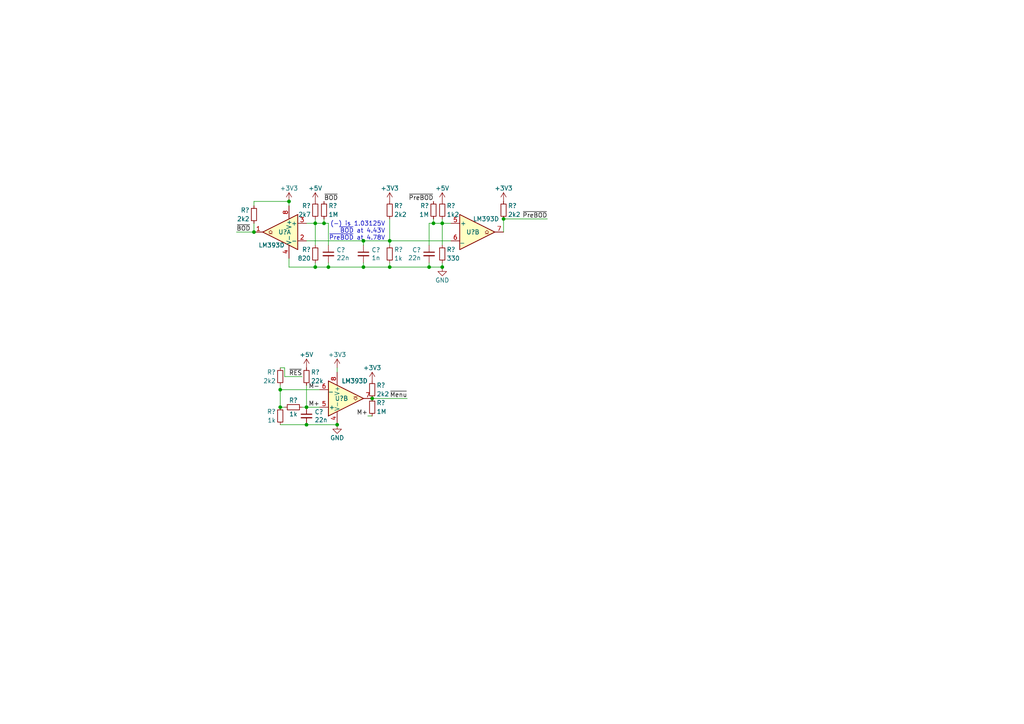
<source format=kicad_sch>
(kicad_sch (version 20211123) (generator eeschema)
  (paper "A4")
  (lib_symbols
    (symbol "Comparator:LM393" (pin_names (offset 0.127))
      (property "Reference" "U" (at 3.81 3.81 0))
      (property "Value" "LM393" (at 6.35 -3.81 0))
      (symbol "LM393_1_1"
        (polyline (pts (xy -5.08 5.08) (xy 5.08 0) (xy -5.08 -5.08) (xy -5.08 5.08)) (stroke (width 0.254)) (fill (type background)))
        (polyline (pts (xy 3.302 -0.508) (xy 2.794 -0.508) (xy 3.302 0) (xy 2.794 0.508) (xy 2.286 0) (xy 2.794 -0.508) (xy 2.286 -0.508)) (stroke (width 0.127)))
        (pin open_collector line (at 7.62 0 180) (length 2.54) (name "~") (number "1"))
        (pin input line (at -7.62 -2.54 0) (length 2.54) (name "-") (number "2"))
        (pin input line (at -7.62 2.54 0) (length 2.54) (name "+") (number "3"))
      )
      (symbol "LM393_2_1"
        (polyline (pts (xy -5.08 5.08) (xy 5.08 0) (xy -5.08 -5.08) (xy -5.08 5.08)) (stroke (width 0.254)) (fill (type background)))
        (polyline (pts (xy 3.302 -0.508) (xy 2.794 -0.508) (xy 3.302 0) (xy 2.794 0.508) (xy 2.286 0) (xy 2.794 -0.508) (xy 2.286 -0.508)) (stroke (width 0.127)))
        (pin input line (at -7.62 2.54 0) (length 2.54) (name "+") (number "5"))
        (pin input line (at -7.62 -2.54 0) (length 2.54) (name "_") (number "6"))
        (pin open_collector line (at 7.62 0 180) (length 2.54) (name "~") (number "7"))
      )
      (symbol "LM393_3_1"
        (pin power_in line (at -2.54 -7.62 90) (length 3.81) (name "V-") (number "4"))
        (pin power_in line (at -2.54 7.62 270) (length 3.81) (name "V+") (number "8"))
      )
    )
    (symbol "Device:C_Small" (pin_numbers hide) (pin_names (offset 0.254) hide)
      (property "Reference" "C" (at 0.254 1.778 0))
      (property "Value" "C_Small" (at 0.254 -2.032 0))
      (symbol "C_Small_0_1"
        (polyline (pts (xy -1.524 -0.508) (xy 1.524 -0.508)) (stroke (width 0.3302)))
        (polyline (pts (xy -1.524 0.508) (xy 1.524 0.508)) (stroke (width 0.3048)))
      )
      (symbol "C_Small_1_1"
        (pin passive line (at 0 2.54 270) (length 2.032) (name "~") (number "1"))
        (pin passive line (at 0 -2.54 90) (length 2.032) (name "~") (number "2"))
      )
    )
    (symbol "Device:R_Small" (pin_numbers hide) (pin_names (offset 0.254) hide)
      (property "Reference" "R" (at 0.762 0.508 0))
      (property "Value" "R_Small" (at 0.762 -1.016 0))
      (symbol "R_Small_0_1"
        (rectangle (start -0.762 1.778) (end 0.762 -1.778) (stroke (width 0.2032)))
      )
      (symbol "R_Small_1_1"
        (pin passive line (at 0 2.54 270) (length 0.762) (name "~") (number "1"))
        (pin passive line (at 0 -2.54 90) (length 0.762) (name "~") (number "2"))
      )
    )
    (symbol "power:+3V3" (power) (pin_names (offset 0))
      (property "Value" "+3V3" (at 0 3.556 0))
      (symbol "+3V3_0_1"
        (polyline (pts (xy -0.762 1.27) (xy 0 2.54)))
        (polyline (pts (xy 0 0) (xy 0 2.54)))
        (polyline (pts (xy 0 2.54) (xy 0.762 1.27)))
      )
      (symbol "+3V3_1_1"
        (pin power_in line (at 0 0 90) (length 0) hide (name "+3V3") (number "1"))
      )
    )
    (symbol "power:+5V" (power) (pin_names (offset 0))
      (property "Value" "+5V" (at 0 3.556 0))
      (symbol "+5V_0_1"
        (polyline (pts (xy -0.762 1.27) (xy 0 2.54)))
        (polyline (pts (xy 0 0) (xy 0 2.54)))
        (polyline (pts (xy 0 2.54) (xy 0.762 1.27)))
      )
      (symbol "+5V_1_1"
        (pin power_in line (at 0 0 90) (length 0) hide (name "+5V") (number "1"))
      )
    )
    (symbol "power:GND" (power) (pin_names (offset 0))
      (property "Value" "GND" (at 0 -3.81 0))
      (symbol "GND_0_1"
        (polyline (pts (xy 0 0) (xy 0 -1.27) (xy 1.27 -1.27) (xy 0 -2.54) (xy -1.27 -1.27) (xy 0 -1.27)))
      )
      (symbol "GND_1_1"
        (pin power_in line (at 0 0 270) (length 0) hide (name "GND") (number "1"))
      )
    )
  )
  (junction (at 128.27 77.47))
  (junction (at 128.27 64.77))
  (junction (at 97.79 123.19))
  (junction (at 88.9 123.19))
  (junction (at 81.28 118.11))
  (junction (at 88.9 118.11))
  (junction (at 146.05 63.5))
  (junction (at 105.41 77.47))
  (junction (at 95.25 77.47))
  (junction (at 93.98 64.77))
  (junction (at 81.28 113.03))
  (junction (at 83.82 58.42))
  (junction (at 113.03 77.47))
  (junction (at 107.95 115.57))
  (junction (at 73.66 67.31))
  (junction (at 105.41 69.85))
  (junction (at 91.44 64.77))
  (junction (at 113.03 69.85))
  (junction (at 124.46 77.47))
  (junction (at 91.44 77.47))
  (junction (at 125.73 64.77))
  (wire (pts (xy 88.9 69.85) (xy 105.41 69.85)))
  (wire (pts (xy 128.27 64.77) (xy 130.81 64.77)))
  (wire (pts (xy 91.44 64.77) (xy 93.98 64.77)))
  (wire (pts (xy 73.66 64.77) (xy 73.66 67.31)))
  (wire (pts (xy 91.44 63.5) (xy 91.44 64.77)))
  (wire (pts (xy 83.82 77.47) (xy 91.44 77.47)))
  (wire (pts (xy 125.73 64.77) (xy 125.73 63.5)))
  (wire (pts (xy 97.79 106.68) (xy 97.79 107.95)))
  (wire (pts (xy 106.68 120.65) (xy 107.95 120.65)))
  (wire (pts (xy 83.82 58.42) (xy 73.66 58.42)))
  (wire (pts (xy 128.27 76.2) (xy 128.27 77.47)))
  (wire (pts (xy 95.25 64.77) (xy 93.98 64.77)))
  (wire (pts (xy 82.55 109.22) (xy 87.63 109.22)))
  (wire (pts (xy 88.9 118.11) (xy 92.71 118.11)))
  (wire (pts (xy 124.46 77.47) (xy 128.27 77.47)))
  (wire (pts (xy 95.25 77.47) (xy 91.44 77.47)))
  (wire (pts (xy 113.03 77.47) (xy 124.46 77.47)))
  (wire (pts (xy 124.46 64.77) (xy 124.46 71.12)))
  (wire (pts (xy 146.05 67.31) (xy 146.05 63.5)))
  (wire (pts (xy 105.41 71.12) (xy 105.41 69.85)))
  (wire (pts (xy 83.82 77.47) (xy 83.82 74.93)))
  (wire (pts (xy 107.95 115.57) (xy 118.11 115.57)))
  (wire (pts (xy 124.46 64.77) (xy 125.73 64.77)))
  (wire (pts (xy 105.41 69.85) (xy 113.03 69.85)))
  (wire (pts (xy 113.03 77.47) (xy 105.41 77.47)))
  (wire (pts (xy 158.75 63.5) (xy 146.05 63.5)))
  (wire (pts (xy 113.03 69.85) (xy 113.03 63.5)))
  (wire (pts (xy 91.44 64.77) (xy 91.44 71.12)))
  (wire (pts (xy 91.44 76.2) (xy 91.44 77.47)))
  (wire (pts (xy 93.98 64.77) (xy 93.98 63.5)))
  (wire (pts (xy 82.55 118.11) (xy 81.28 118.11)))
  (wire (pts (xy 81.28 111.76) (xy 81.28 113.03)))
  (wire (pts (xy 83.82 59.69) (xy 83.82 58.42)))
  (wire (pts (xy 105.41 77.47) (xy 95.25 77.47)))
  (wire (pts (xy 105.41 76.2) (xy 105.41 77.47)))
  (wire (pts (xy 73.66 58.42) (xy 73.66 59.69)))
  (wire (pts (xy 95.25 77.47) (xy 95.25 76.2)))
  (wire (pts (xy 68.58 67.31) (xy 73.66 67.31)))
  (wire (pts (xy 113.03 71.12) (xy 113.03 69.85)))
  (wire (pts (xy 87.63 118.11) (xy 88.9 118.11)))
  (wire (pts (xy 81.28 123.19) (xy 88.9 123.19)))
  (wire (pts (xy 81.28 113.03) (xy 81.28 118.11)))
  (wire (pts (xy 88.9 123.19) (xy 97.79 123.19)))
  (wire (pts (xy 128.27 63.5) (xy 128.27 64.77)))
  (wire (pts (xy 113.03 77.47) (xy 113.03 76.2)))
  (wire (pts (xy 92.71 113.03) (xy 81.28 113.03)))
  (wire (pts (xy 88.9 111.76) (xy 88.9 118.11)))
  (wire (pts (xy 88.9 64.77) (xy 91.44 64.77)))
  (wire (pts (xy 95.25 71.12) (xy 95.25 64.77)))
  (wire (pts (xy 128.27 71.12) (xy 128.27 64.77)))
  (wire (pts (xy 81.28 106.68) (xy 82.55 106.68)))
  (wire (pts (xy 125.73 64.77) (xy 128.27 64.77)))
  (wire (pts (xy 113.03 69.85) (xy 130.81 69.85)))
  (wire (pts (xy 82.55 106.68) (xy 82.55 109.22)))
  (wire (pts (xy 124.46 76.2) (xy 124.46 77.47)))
  (text "(-) is 1.03125V\n~{BOD} at 4.43V\n~{PreBOD} at 4.78V" (at 111.76 69.85 0) (effects (font (size 1.27 1.27)) (justify right bottom)))
  (label "M+" (at 106.68 120.65 180))
  (label "M-" (at 92.71 113.03 180))
  (label "~{BOD}" (at 93.98 58.42 0))
  (label "~{PreBOD}" (at 158.75 63.5 180))
  (label "~{Menu}" (at 118.11 115.57 180))
  (label "~{RES}" (at 87.63 109.22 180))
  (label "M+" (at 92.71 118.11 180))
  (label "~{PreBOD}" (at 125.73 58.42 180))
  (label "~{BOD}" (at 68.58 67.31 0))
  (symbol (lib_id "Device:R_Small") (at 113.03 60.96 0) (unit 1)
    (property "Reference" "R?" (at 114.3 59.69 0) (effects (justify left)))
    (property "Value" "2k2" (at 114.3 62.23 0) (effects (justify left)))
    (property "Footprint" "stdpads:R_0603" (effects hide))
    (property "LCSC Part" "C4190" (effects hide))
  )
  (symbol (lib_id "Device:R_Small") (at 128.27 73.66 0) (mirror y) (unit 1)
    (property "Reference" "R?" (at 129.54 72.39 0) (effects (justify right)))
    (property "Value" "330" (at 129.54 74.93 0) (effects (justify right)))
    (property "Footprint" "stdpads:R_0603" (effects hide))
    (property "LCSC Part" "C23138" (effects hide))
  )
  (symbol (lib_id "Device:R_Small") (at 91.44 73.66 0) (unit 1)
    (property "Reference" "R?" (at 90.17 72.39 0) (effects (justify right)))
    (property "Value" "820" (at 90.17 74.93 0) (effects (justify right)))
    (property "Footprint" "stdpads:R_0603" (effects hide))
    (property "LCSC Part" "C23253" (effects hide))
  )
  (symbol (lib_id "Device:C_Small") (at 88.9 120.65 0) (unit 1)
    (property "Reference" "C?" (at 91.2368 119.4816 0) (effects (justify left)))
    (property "Value" "22n" (at 91.2368 121.793 0) (effects (justify left)))
    (property "Footprint" "stdpads:C_0603" (effects hide))
    (property "LCSC Part" "C21122" (effects hide))
  )
  (symbol (lib_id "Comparator:LM393") (at 100.33 115.57 0) (unit 3)
    (property "Reference" "U?" (effects hide))
    (property "Value" "LM393D" (at 102.87 110.49 0))
    (property "Footprint" "stdpads:SOIC-8_3.9mm" (effects hide))
    (property "Datasheet" "http://www.ti.com/lit/ds/symlink/lm393-n.pdf" (effects hide))
    (property "LCSC Part" "C7955" (effects hide))
  )
  (symbol (lib_id "power:+3V3") (at 83.82 58.42 0) (mirror y) (unit 1)
    (property "Reference" "#PWR?" (effects hide))
    (property "Value" "+3V3" (at 83.82 54.61 0))
  )
  (symbol (lib_id "Comparator:LM393") (at 81.28 67.31 0) (mirror y) (unit 1)
    (property "Reference" "U?" (at 82.55 67.31 0))
    (property "Value" "LM393D" (at 78.74 71.12 0))
    (property "Footprint" "stdpads:SOIC-8_3.9mm" (effects hide))
    (property "Datasheet" "http://www.ti.com/lit/ds/symlink/lm393-n.pdf" (effects hide))
    (property "LCSC Part" "C7955" (effects hide))
  )
  (symbol (lib_id "Device:R_Small") (at 113.03 73.66 0) (mirror y) (unit 1)
    (property "Reference" "R?" (at 114.3 72.39 0) (effects (justify right)))
    (property "Value" "1k" (at 114.3 74.93 0) (effects (justify right)))
    (property "Footprint" "stdpads:R_0603" (effects hide))
    (property "LCSC Part" "C21190" (effects hide))
  )
  (symbol (lib_id "power:+3V3") (at 97.79 106.68 0) (mirror y) (unit 1)
    (property "Reference" "#PWR?" (effects hide))
    (property "Value" "+3V3" (at 97.79 102.87 0))
  )
  (symbol (lib_id "Device:R_Small") (at 81.28 109.22 0) (mirror y) (unit 1)
    (property "Reference" "R?" (at 80.01 107.95 0) (effects (justify left)))
    (property "Value" "2k2" (at 80.01 110.49 0) (effects (justify left)))
    (property "Footprint" "stdpads:R_0603" (effects hide))
    (property "LCSC Part" "C4190" (effects hide))
  )
  (symbol (lib_id "Device:R_Small") (at 128.27 60.96 0) (unit 1)
    (property "Reference" "R?" (at 129.54 59.69 0) (effects (justify left)))
    (property "Value" "1k2" (at 129.54 62.23 0) (effects (justify left)))
    (property "Footprint" "stdpads:R_0603" (effects hide))
    (property "LCSC Part" "C22765" (effects hide))
  )
  (symbol (lib_id "Device:R_Small") (at 88.9 109.22 0) (unit 1)
    (property "Reference" "R?" (at 90.17 107.95 0) (effects (justify left)))
    (property "Value" "22k" (at 90.17 110.49 0) (effects (justify left)))
    (property "Footprint" "stdpads:R_0603" (effects hide))
    (property "LCSC Part" "C31850" (effects hide))
  )
  (symbol (lib_id "power:+3V3") (at 146.05 58.42 0) (mirror y) (unit 1)
    (property "Reference" "#PWR?" (effects hide))
    (property "Value" "+3V3" (at 146.05 54.61 0))
  )
  (symbol (lib_id "power:GND") (at 97.79 123.19 0) (mirror y) (unit 1)
    (property "Reference" "#PWR?" (effects hide))
    (property "Value" "GND" (at 97.79 127 0))
  )
  (symbol (lib_id "power:GND") (at 128.27 77.47 0) (unit 1)
    (property "Reference" "#PWR?" (effects hide))
    (property "Value" "GND" (at 128.27 81.28 0))
  )
  (symbol (lib_id "Device:R_Small") (at 107.95 118.11 0) (unit 1)
    (property "Reference" "R?" (at 109.22 116.84 0) (effects (justify left)))
    (property "Value" "1M" (at 109.22 119.38 0) (effects (justify left)))
    (property "Footprint" "stdpads:R_0603" (effects hide))
    (property "LCSC Part" "C22935" (effects hide))
  )
  (symbol (lib_id "Device:R_Small") (at 146.05 60.96 0) (mirror y) (unit 1)
    (property "Reference" "R?" (at 147.32 59.69 0) (effects (justify right)))
    (property "Value" "2k2" (at 147.32 62.23 0) (effects (justify right)))
    (property "Footprint" "stdpads:R_0603" (effects hide))
    (property "LCSC Part" "C4190" (effects hide))
  )
  (symbol (lib_id "Device:R_Small") (at 93.98 60.96 0) (unit 1)
    (property "Reference" "R?" (at 95.25 59.69 0) (effects (justify left)))
    (property "Value" "1M" (at 95.25 62.23 0) (effects (justify left)))
    (property "Footprint" "stdpads:R_0603" (effects hide))
    (property "LCSC Part" "C22935" (effects hide))
  )
  (symbol (lib_id "power:+3V3") (at 107.95 110.49 0) (mirror y) (unit 1)
    (property "Reference" "#PWR?" (effects hide))
    (property "Value" "+3V3" (at 107.95 106.68 0))
  )
  (symbol (lib_id "Comparator:LM393") (at 81.28 67.31 0) (mirror y) (unit 3)
    (property "Reference" "U?" (effects hide))
    (property "Value" "LM393D" (at 78.74 71.12 0))
    (property "Footprint" "stdpads:SOIC-8_3.9mm" (effects hide))
    (property "Datasheet" "http://www.ti.com/lit/ds/symlink/lm393-n.pdf" (effects hide))
    (property "LCSC Part" "C7955" (effects hide))
  )
  (symbol (lib_id "Device:C_Small") (at 95.25 73.66 0) (unit 1)
    (property "Reference" "C?" (at 97.5868 72.4916 0) (effects (justify left)))
    (property "Value" "22n" (at 97.5868 74.803 0) (effects (justify left)))
    (property "Footprint" "stdpads:C_0603" (effects hide))
    (property "LCSC Part" "C21122" (effects hide))
  )
  (symbol (lib_id "Device:C_Small") (at 124.46 73.66 0) (mirror y) (unit 1)
    (property "Reference" "C?" (at 122.1232 72.4916 0) (effects (justify left)))
    (property "Value" "22n" (at 122.1232 74.803 0) (effects (justify left)))
    (property "Footprint" "stdpads:C_0603" (effects hide))
    (property "LCSC Part" "C21122" (effects hide))
  )
  (symbol (lib_id "Comparator:LM393") (at 138.43 67.31 0) (unit 2)
    (property "Reference" "U?" (at 137.16 67.31 0))
    (property "Value" "LM393D" (at 140.97 63.5 0))
    (property "Footprint" "stdpads:SOIC-8_3.9mm" (effects hide))
    (property "Datasheet" "http://www.ti.com/lit/ds/symlink/lm393-n.pdf" (effects hide))
    (property "LCSC Part" "C7955" (effects hide))
  )
  (symbol (lib_id "Comparator:LM393") (at 100.33 115.57 0) (mirror x) (unit 2)
    (property "Reference" "U?" (at 99.06 115.57 0))
    (property "Value" "LM393D" (at 102.87 110.49 0))
    (property "Footprint" "stdpads:SOIC-8_3.9mm" (effects hide))
    (property "Datasheet" "http://www.ti.com/lit/ds/symlink/lm393-n.pdf" (effects hide))
    (property "LCSC Part" "C7955" (effects hide))
  )
  (symbol (lib_id "Device:C_Small") (at 105.41 73.66 0) (unit 1)
    (property "Reference" "C?" (at 107.7468 72.4916 0) (effects (justify left)))
    (property "Value" "1n" (at 107.7468 74.803 0) (effects (justify left)))
    (property "Footprint" "stdpads:C_0603" (effects hide))
    (property "LCSC Part" "C1588" (effects hide))
  )
  (symbol (lib_id "Device:R_Small") (at 107.95 113.03 0) (mirror y) (unit 1)
    (property "Reference" "R?" (at 109.22 111.76 0) (effects (justify right)))
    (property "Value" "2k2" (at 109.22 114.3 0) (effects (justify right)))
    (property "Footprint" "stdpads:R_0603" (effects hide))
    (property "LCSC Part" "C4190" (effects hide))
  )
  (symbol (lib_id "Device:R_Small") (at 73.66 62.23 0) (mirror y) (unit 1)
    (property "Reference" "R?" (at 72.39 60.96 0) (effects (justify left)))
    (property "Value" "2k2" (at 72.39 63.5 0) (effects (justify left)))
    (property "Footprint" "stdpads:R_0603" (effects hide))
    (property "LCSC Part" "C4190" (effects hide))
  )
  (symbol (lib_id "Device:R_Small") (at 125.73 60.96 0) (mirror y) (unit 1)
    (property "Reference" "R?" (at 124.46 59.69 0) (effects (justify left)))
    (property "Value" "1M" (at 124.46 62.23 0) (effects (justify left)))
    (property "Footprint" "stdpads:R_0603" (effects hide))
    (property "LCSC Part" "C22935" (effects hide))
  )
  (symbol (lib_id "power:+5V") (at 91.44 58.42 0) (unit 1)
    (property "Reference" "#PWR?" (effects hide))
    (property "Value" "+5V" (at 91.44 54.61 0))
  )
  (symbol (lib_id "Device:R_Small") (at 85.09 118.11 270) (unit 1)
    (property "Reference" "R?" (at 85.09 116.84 90) (effects (justify bottom)))
    (property "Value" "1k" (at 85.09 119.38 90) (effects (justify top)))
    (property "Footprint" "stdpads:R_0603" (effects hide))
    (property "LCSC Part" "C21190" (effects hide))
  )
  (symbol (lib_id "power:+5V") (at 128.27 58.42 0) (unit 1)
    (property "Reference" "#PWR?" (effects hide))
    (property "Value" "+5V" (at 128.27 54.61 0))
  )
  (symbol (lib_id "Device:R_Small") (at 81.28 120.65 0) (mirror y) (unit 1)
    (property "Reference" "R?" (at 80.01 119.38 0) (effects (justify left)))
    (property "Value" "1k" (at 80.01 121.92 0) (effects (justify left)))
    (property "Footprint" "stdpads:R_0603" (effects hide))
    (property "LCSC Part" "C21190" (effects hide))
  )
  (symbol (lib_id "power:+3V3") (at 113.03 58.42 0) (mirror y) (unit 1)
    (property "Reference" "#PWR?" (effects hide))
    (property "Value" "+3V3" (at 113.03 54.61 0))
  )
  (symbol (lib_id "power:+5V") (at 88.9 106.68 0) (unit 1)
    (property "Reference" "#PWR?" (effects hide))
    (property "Value" "+5V" (at 88.9 102.87 0))
  )
  (symbol (lib_id "Device:R_Small") (at 91.44 60.96 0) (mirror y) (unit 1)
    (property "Reference" "R?" (at 90.17 59.69 0) (effects (justify left)))
    (property "Value" "2k7" (at 90.17 62.23 0) (effects (justify left)))
    (property "Footprint" "stdpads:R_0603" (effects hide))
    (property "LCSC Part" "C13167" (effects hide))
  )
)
</source>
